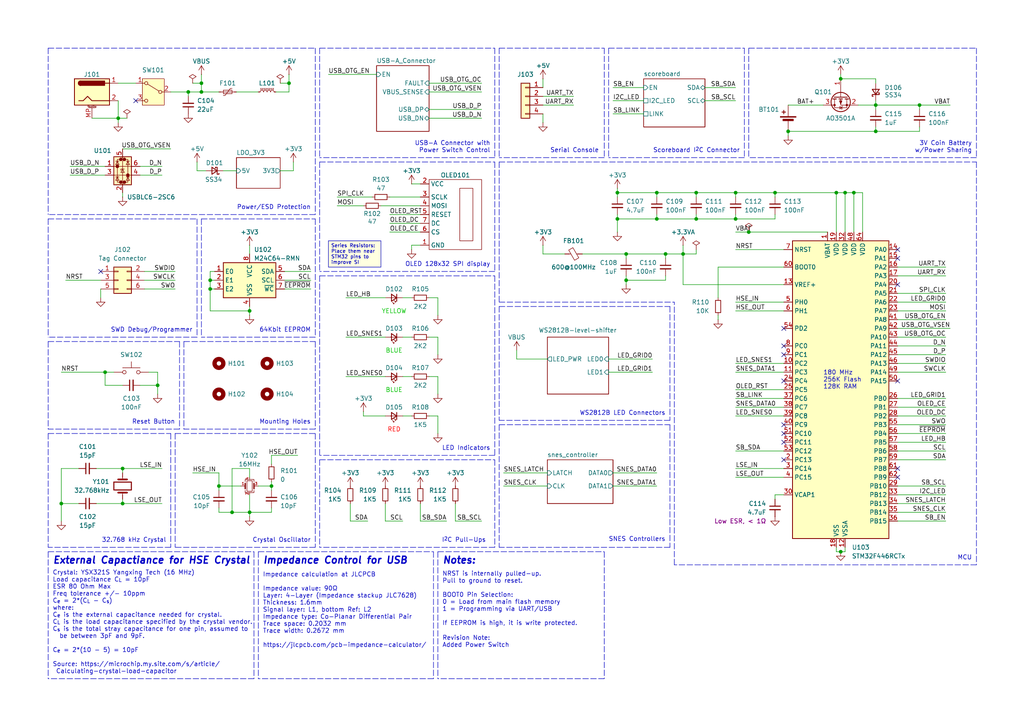
<source format=kicad_sch>
(kicad_sch (version 20231120) (generator "eeschema") (generator_version "8.0")
  (paper "A4")
  (title_block (title "STM32 Snake Game Control Board") (date "2024-01-29") (rev "D") (company "Butler Electronics") (comment 1 "Joshua Butler, MD, MHI"))
  (junction (at 247.65 55.88))
  (junction (at 60.96 81.28))
  (junction (at 242.57 55.88))
  (junction (at 17.78 146.05))
  (junction (at 243.84 160.02))
  (junction (at 67.31 148.59))
  (junction (at 198.12 73.66))
  (junction (at 217.17 67.31))
  (junction (at 181.61 81.28))
  (junction (at 35.56 146.05))
  (junction (at 78.74 140.97))
  (junction (at 201.93 63.5))
  (junction (at 58.42 24.13))
  (junction (at 193.04 73.66))
  (junction (at 266.7 30.48))
  (junction (at 30.48 107.95))
  (junction (at 190.5 55.88))
  (junction (at 179.07 63.5))
  (junction (at 179.07 55.88))
  (junction (at 72.39 148.59))
  (junction (at 201.93 55.88))
  (junction (at 254 30.48))
  (junction (at 228.6 38.1))
  (junction (at 213.36 55.88))
  (junction (at 54.61 26.67))
  (junction (at 60.96 83.82))
  (junction (at 45.72 111.76))
  (junction (at 254 38.1))
  (junction (at 190.5 63.5))
  (junction (at 83.82 24.13))
  (junction (at 58.42 26.67))
  (junction (at 181.61 73.66))
  (junction (at 63.5 140.97))
  (junction (at 35.56 135.89))
  (junction (at 34.29 34.29))
  (junction (at 224.79 55.88))
  (junction (at 245.11 55.88))
  (junction (at 213.36 63.5))
  (junction (at 72.39 90.17))
  (junction (at 243.84 22.86))
  (no_connect (at 260.35 72.39))
  (no_connect (at 260.35 74.93))
  (no_connect (at 227.33 128.27))
  (no_connect (at 227.33 133.35))
  (no_connect (at 39.37 29.21))
  (no_connect (at 29.21 78.74))
  (no_connect (at 227.33 95.25))
  (no_connect (at 227.33 102.87))
  (no_connect (at 227.33 123.19))
  (no_connect (at 260.35 82.55))
  (no_connect (at 260.35 135.89))
  (no_connect (at 227.33 100.33))
  (no_connect (at 260.35 138.43))
  (no_connect (at 260.35 110.49))
  (no_connect (at 227.33 125.73))
  (no_connect (at 227.33 110.49))
  (wire (pts (xy 274.32 123.19) (xy 260.35 123.19)))
  (polyline (pts (xy 13.97 125.73) (xy 13.97 158.75)) (stroke (width 0) (type dash)))
  (wire (pts (xy 250.19 55.88) (xy 247.65 55.88)))
  (wire (pts (xy 224.79 55.88) (xy 242.57 55.88)))
  (wire (pts (xy 260.35 107.95) (xy 274.32 107.95)))
  (wire (pts (xy 213.36 105.41) (xy 227.33 105.41)))
  (wire (pts (xy 177.8 140.97) (xy 190.5 140.97)))
  (wire (pts (xy 245.11 158.75) (xy 245.11 160.02)))
  (wire (pts (xy 113.03 62.23) (xy 121.92 62.23)))
  (polyline (pts (xy 143.51 46.99) (xy 143.51 78.74)) (stroke (width 0) (type dash)))
  (wire (pts (xy 274.32 125.73) (xy 260.35 125.73)))
  (wire (pts (xy 213.36 90.17) (xy 227.33 90.17)))
  (polyline (pts (xy 175.26 45.72) (xy 144.78 45.72)) (stroke (width 0) (type dash)))
  (wire (pts (xy 254 22.86) (xy 243.84 22.86)))
  (wire (pts (xy 74.93 140.97) (xy 78.74 140.97)))
  (polyline (pts (xy 217.17 13.97) (xy 217.17 45.72)) (stroke (width 0) (type dash)))
  (polyline (pts (xy 144.78 123.19) (xy 194.31 123.19)) (stroke (width 0) (type dash)))
  (wire (pts (xy 177.8 29.21) (xy 186.69 29.21)))
  (wire (pts (xy 181.61 73.66) (xy 168.91 73.66)))
  (polyline (pts (xy 215.9 13.97) (xy 215.9 45.72)) (stroke (width 0) (type dash)))
  (polyline (pts (xy 194.31 88.9) (xy 194.31 121.92)) (stroke (width 0) (type dash)))
  (polyline (pts (xy 73.66 160.02) (xy 73.66 196.85)) (stroke (width 0) (type dash)))
  (wire (pts (xy 228.6 30.48) (xy 238.76 30.48)))
  (wire (pts (xy 260.35 90.17) (xy 274.32 90.17)))
  (wire (pts (xy 124.46 34.29) (xy 139.7 34.29)))
  (wire (pts (xy 116.84 109.22) (xy 119.38 109.22)))
  (polyline (pts (xy 194.31 123.19) (xy 194.31 158.75)) (stroke (width 0) (type dash)))
  (wire (pts (xy 260.35 85.09) (xy 274.32 85.09)))
  (wire (pts (xy 201.93 55.88) (xy 213.36 55.88)))
  (wire (pts (xy 81.28 24.13) (xy 83.82 24.13)))
  (wire (pts (xy 111.76 146.05) (xy 111.76 151.13)))
  (wire (pts (xy 260.35 92.71) (xy 274.32 92.71)))
  (wire (pts (xy 260.35 105.41) (xy 274.32 105.41)))
  (wire (pts (xy 260.35 146.05) (xy 274.32 146.05)))
  (wire (pts (xy 113.03 67.31) (xy 121.92 67.31)))
  (polyline (pts (xy 144.78 13.97) (xy 175.26 13.97)) (stroke (width 0) (type dash)))
  (polyline (pts (xy 13.97 13.97) (xy 91.44 13.97)) (stroke (width 0) (type dash)))
  (wire (pts (xy 60.96 81.28) (xy 62.23 81.28)))
  (polyline (pts (xy 194.31 121.92) (xy 144.78 121.92)) (stroke (width 0) (type dash)))
  (wire (pts (xy 193.04 81.28) (xy 181.61 81.28)))
  (wire (pts (xy 177.8 137.16) (xy 190.5 137.16)))
  (wire (pts (xy 193.04 80.01) (xy 193.04 81.28)))
  (wire (pts (xy 157.48 73.66) (xy 163.83 73.66)))
  (wire (pts (xy 49.53 26.67) (xy 54.61 26.67)))
  (wire (pts (xy 254 24.13) (xy 254 22.86)))
  (wire (pts (xy 260.35 102.87) (xy 274.32 102.87)))
  (wire (pts (xy 217.17 67.31) (xy 240.03 67.31)))
  (wire (pts (xy 82.55 81.28) (xy 90.17 81.28)))
  (wire (pts (xy 176.53 104.14) (xy 189.23 104.14)))
  (wire (pts (xy 60.96 83.82) (xy 62.23 83.82)))
  (wire (pts (xy 121.92 146.05) (xy 121.92 151.13)))
  (polyline (pts (xy 53.34 99.06) (xy 91.44 99.06)) (stroke (width 0) (type dash)))
  (polyline (pts (xy 283.21 46.99) (xy 283.21 163.83)) (stroke (width 0) (type dash)))
  (wire (pts (xy 60.96 90.17) (xy 72.39 90.17)))
  (wire (pts (xy 113.03 57.15) (xy 121.92 57.15)))
  (polyline (pts (xy 92.71 80.01) (xy 143.51 80.01)) (stroke (width 0) (type dash)))
  (wire (pts (xy 227.33 113.03) (xy 213.36 113.03)))
  (polyline (pts (xy 144.78 46.99) (xy 283.21 46.99)) (stroke (width 0) (type dash)))
  (wire (pts (xy 127 109.22) (xy 124.46 109.22)))
  (polyline (pts (xy 91.44 62.23) (xy 13.97 62.23)) (stroke (width 0) (type dash)))
  (wire (pts (xy 46.99 50.8) (xy 40.64 50.8)))
  (wire (pts (xy 30.48 111.76) (xy 30.48 107.95)))
  (polyline (pts (xy 92.71 13.97) (xy 92.71 45.72)) (stroke (width 0) (type dash)))
  (polyline (pts (xy 52.07 99.06) (xy 52.07 124.46)) (stroke (width 0) (type dash)))
  (wire (pts (xy 127 91.44) (xy 127 86.36)))
  (wire (pts (xy 100.33 86.36) (xy 111.76 86.36)))
  (polyline (pts (xy 127 160.02) (xy 175.26 160.02)) (stroke (width 0) (type dash)))
  (wire (pts (xy 100.33 109.22) (xy 111.76 109.22)))
  (wire (pts (xy 36.83 34.29) (xy 34.29 34.29)))
  (wire (pts (xy 260.35 148.59) (xy 274.32 148.59)))
  (polyline (pts (xy 13.97 63.5) (xy 13.97 97.79)) (stroke (width 0) (type dash)))
  (wire (pts (xy 82.55 83.82) (xy 90.17 83.82)))
  (wire (pts (xy 29.21 83.82) (xy 29.21 86.36)))
  (wire (pts (xy 149.86 101.6) (xy 149.86 104.14)))
  (wire (pts (xy 26.67 34.29) (xy 34.29 34.29)))
  (wire (pts (xy 83.82 21.59) (xy 83.82 24.13)))
  (wire (pts (xy 116.84 120.65) (xy 119.38 120.65)))
  (wire (pts (xy 127 125.73) (xy 127 120.65)))
  (polyline (pts (xy 58.42 63.5) (xy 58.42 97.79)) (stroke (width 0) (type dash)))
  (wire (pts (xy 119.38 71.12) (xy 119.38 72.39)))
  (wire (pts (xy 146.05 137.16) (xy 158.75 137.16)))
  (wire (pts (xy 132.08 151.13) (xy 139.7 151.13)))
  (polyline (pts (xy 125.73 196.85) (xy 74.93 196.85)) (stroke (width 0) (type dash)))
  (polyline (pts (xy 91.44 13.97) (xy 91.44 62.23)) (stroke (width 0) (type dash)))
  (polyline (pts (xy 215.9 45.72) (xy 176.53 45.72)) (stroke (width 0) (type dash)))
  (wire (pts (xy 17.78 146.05) (xy 17.78 151.13)))
  (wire (pts (xy 213.36 115.57) (xy 227.33 115.57)))
  (wire (pts (xy 105.41 120.65) (xy 111.76 120.65)))
  (polyline (pts (xy 92.71 46.99) (xy 143.51 46.99)) (stroke (width 0) (type dash)))
  (wire (pts (xy 260.35 115.57) (xy 274.32 115.57)))
  (wire (pts (xy 35.56 111.76) (xy 30.48 111.76)))
  (wire (pts (xy 228.6 38.1) (xy 254 38.1)))
  (wire (pts (xy 157.48 33.02) (xy 157.48 35.56)))
  (wire (pts (xy 204.47 29.21) (xy 213.36 29.21)))
  (polyline (pts (xy 144.78 123.19) (xy 144.78 158.75)) (stroke (width 0) (type dash)))
  (wire (pts (xy 260.35 130.81) (xy 274.32 130.81)))
  (polyline (pts (xy 127 160.02) (xy 127 196.85)) (stroke (width 0) (type dash)))
  (wire (pts (xy 116.84 86.36) (xy 119.38 86.36)))
  (wire (pts (xy 179.07 63.5) (xy 190.5 63.5)))
  (polyline (pts (xy 144.78 13.97) (xy 144.78 45.72)) (stroke (width 0) (type dash)))
  (wire (pts (xy 127 102.87) (xy 127 97.79)))
  (wire (pts (xy 54.61 27.94) (xy 54.61 26.67)))
  (wire (pts (xy 181.61 80.01) (xy 181.61 81.28)))
  (wire (pts (xy 227.33 82.55) (xy 198.12 82.55)))
  (wire (pts (xy 105.41 120.65) (xy 105.41 119.38)))
  (polyline (pts (xy 57.15 97.79) (xy 13.97 97.79)) (stroke (width 0) (type dash)))
  (wire (pts (xy 72.39 71.12) (xy 72.39 73.66)))
  (polyline (pts (xy 57.15 63.5) (xy 57.15 97.79)) (stroke (width 0) (type dash)))
  (wire (pts (xy 78.74 148.59) (xy 78.74 147.32)))
  (polyline (pts (xy 143.51 133.35) (xy 143.51 158.75)) (stroke (width 0) (type dash)))
  (polyline (pts (xy 283.21 45.72) (xy 217.17 45.72)) (stroke (width 0) (type dash)))
  (wire (pts (xy 260.35 151.13) (xy 274.32 151.13)))
  (wire (pts (xy 63.5 140.97) (xy 69.85 140.97)))
  (wire (pts (xy 124.46 31.75) (xy 139.7 31.75)))
  (polyline (pts (xy 49.53 158.75) (xy 13.97 158.75)) (stroke (width 0) (type dash)))
  (wire (pts (xy 146.05 140.97) (xy 158.75 140.97)))
  (polyline (pts (xy 53.34 99.06) (xy 53.34 124.46)) (stroke (width 0) (type dash)))
  (polyline (pts (xy 74.93 160.02) (xy 125.73 160.02)) (stroke (width 0) (type dash)))
  (wire (pts (xy 266.7 30.48) (xy 266.7 31.75)))
  (polyline (pts (xy 49.53 125.73) (xy 49.53 158.75)) (stroke (width 0) (type dash)))
  (wire (pts (xy 40.64 48.26) (xy 46.99 48.26)))
  (polyline (pts (xy 143.51 45.72) (xy 92.71 45.72)) (stroke (width 0) (type dash)))
  (polyline (pts (xy 283.21 163.83) (xy 195.58 163.83)) (stroke (width 0) (type dash)))
  (polyline (pts (xy 50.8 125.73) (xy 50.8 158.75)) (stroke (width 0) (type dash)))
  (wire (pts (xy 35.56 144.78) (xy 35.56 146.05)))
  (wire (pts (xy 127 97.79) (xy 124.46 97.79)))
  (polyline (pts (xy 92.71 46.99) (xy 92.71 78.74)) (stroke (width 0) (type dash)))
  (wire (pts (xy 176.53 107.95) (xy 189.23 107.95)))
  (wire (pts (xy 213.36 87.63) (xy 227.33 87.63)))
  (wire (pts (xy 60.96 78.74) (xy 60.96 81.28)))
  (wire (pts (xy 72.39 90.17) (xy 72.39 88.9)))
  (polyline (pts (xy 58.42 63.5) (xy 91.44 63.5)) (stroke (width 0) (type dash)))
  (wire (pts (xy 157.48 27.94) (xy 166.37 27.94)))
  (wire (pts (xy 266.7 36.83) (xy 266.7 38.1)))
  (wire (pts (xy 19.05 81.28) (xy 29.21 81.28)))
  (wire (pts (xy 127 114.3) (xy 127 109.22)))
  (wire (pts (xy 250.19 67.31) (xy 250.19 55.88)))
  (wire (pts (xy 213.36 72.39) (xy 227.33 72.39)))
  (polyline (pts (xy 13.97 125.73) (xy 49.53 125.73)) (stroke (width 0) (type dash)))
  (wire (pts (xy 30.48 107.95) (xy 33.02 107.95)))
  (wire (pts (xy 201.93 63.5) (xy 201.93 62.23)))
  (wire (pts (xy 127 86.36) (xy 124.46 86.36)))
  (wire (pts (xy 55.88 24.13) (xy 58.42 24.13)))
  (wire (pts (xy 58.42 24.13) (xy 58.42 26.67)))
  (wire (pts (xy 116.84 97.79) (xy 119.38 97.79)))
  (wire (pts (xy 101.6 146.05) (xy 101.6 151.13)))
  (wire (pts (xy 260.35 120.65) (xy 274.32 120.65)))
  (wire (pts (xy 149.86 104.14) (xy 158.75 104.14)))
  (wire (pts (xy 213.36 55.88) (xy 213.36 57.15)))
  (wire (pts (xy 213.36 55.88) (xy 224.79 55.88)))
  (polyline (pts (xy 143.51 80.01) (xy 143.51 132.08)) (stroke (width 0) (type dash)))
  (wire (pts (xy 113.03 64.77) (xy 121.92 64.77)))
  (wire (pts (xy 127 120.65) (xy 124.46 120.65)))
  (wire (pts (xy 201.93 55.88) (xy 201.93 57.15)))
  (wire (pts (xy 213.36 63.5) (xy 213.36 62.23)))
  (wire (pts (xy 266.7 38.1) (xy 254 38.1)))
  (wire (pts (xy 208.28 92.71) (xy 208.28 91.44)))
  (wire (pts (xy 224.79 55.88) (xy 224.79 57.15)))
  (polyline (pts (xy 125.73 160.02) (xy 125.73 196.85)) (stroke (width 0) (type dash)))
  (wire (pts (xy 35.56 55.88) (xy 35.56 57.15)))
  (wire (pts (xy 274.32 128.27) (xy 260.35 128.27)))
  (wire (pts (xy 85.09 46.99) (xy 85.09 49.53)))
  (polyline (pts (xy 13.97 99.06) (xy 52.07 99.06)) (stroke (width 0) (type dash)))
  (wire (pts (xy 204.47 25.4) (xy 213.36 25.4)))
  (polyline (pts (xy 91.44 99.06) (xy 91.44 124.46)) (stroke (width 0) (type dash)))
  (wire (pts (xy 260.35 100.33) (xy 274.32 100.33)))
  (wire (pts (xy 228.6 38.1) (xy 228.6 39.37)))
  (wire (pts (xy 78.74 132.08) (xy 86.36 132.08)))
  (wire (pts (xy 260.35 95.25) (xy 275.59 95.25)))
  (wire (pts (xy 55.88 137.16) (xy 63.5 137.16)))
  (wire (pts (xy 224.79 143.51) (xy 224.79 144.78)))
  (polyline (pts (xy 144.78 88.9) (xy 144.78 121.92)) (stroke (width 0) (type dash)))
  (wire (pts (xy 177.8 25.4) (xy 186.69 25.4)))
  (wire (pts (xy 72.39 148.59) (xy 78.74 148.59)))
  (wire (pts (xy 245.11 160.02) (xy 243.84 160.02)))
  (wire (pts (xy 54.61 26.67) (xy 58.42 26.67)))
  (wire (pts (xy 111.76 151.13) (xy 116.84 151.13)))
  (polyline (pts (xy 144.78 88.9) (xy 194.31 88.9)) (stroke (width 0) (type dash)))
  (polyline (pts (xy 175.26 196.85) (xy 127 196.85)) (stroke (width 0) (type dash)))
  (wire (pts (xy 83.82 24.13) (xy 83.82 26.67)))
  (wire (pts (xy 67.31 135.89) (xy 67.31 148.59)))
  (wire (pts (xy 179.07 54.61) (xy 179.07 55.88)))
  (wire (pts (xy 190.5 55.88) (xy 190.5 57.15)))
  (wire (pts (xy 17.78 146.05) (xy 22.86 146.05)))
  (wire (pts (xy 157.48 30.48) (xy 166.37 30.48)))
  (wire (pts (xy 198.12 82.55) (xy 198.12 73.66)))
  (wire (pts (xy 248.92 30.48) (xy 254 30.48)))
  (polyline (pts (xy 91.44 124.46) (xy 53.34 124.46)) (stroke (width 0) (type dash)))
  (wire (pts (xy 40.64 111.76) (xy 45.72 111.76)))
  (wire (pts (xy 224.79 63.5) (xy 213.36 63.5)))
  (wire (pts (xy 198.12 71.12) (xy 198.12 73.66)))
  (wire (pts (xy 72.39 143.51) (xy 72.39 148.59)))
  (wire (pts (xy 58.42 26.67) (xy 63.5 26.67)))
  (wire (pts (xy 224.79 62.23) (xy 224.79 63.5)))
  (wire (pts (xy 254 38.1) (xy 254 36.83)))
  (wire (pts (xy 157.48 71.12) (xy 157.48 73.66)))
  (wire (pts (xy 245.11 55.88) (xy 245.11 67.31)))
  (polyline (pts (xy 195.58 163.83) (xy 195.58 87.63)) (stroke (width 0) (type dash)))
  (wire (pts (xy 208.28 77.47) (xy 208.28 86.36)))
  (polyline (pts (xy 143.51 78.74) (xy 92.71 78.74)) (stroke (width 0) (type dash)))
  (wire (pts (xy 20.32 50.8) (xy 30.48 50.8)))
  (wire (pts (xy 63.5 148.59) (xy 63.5 147.32)))
  (polyline (pts (xy 13.97 99.06) (xy 13.97 124.46)) (stroke (width 0) (type dash)))
  (wire (pts (xy 95.25 21.59) (xy 109.22 21.59)))
  (wire (pts (xy 20.32 48.26) (xy 30.48 48.26)))
  (wire (pts (xy 260.35 143.51) (xy 274.32 143.51)))
  (polyline (pts (xy 92.71 133.35) (xy 143.51 133.35)) (stroke (width 0) (type dash)))
  (wire (pts (xy 157.48 22.86) (xy 157.48 25.4)))
  (wire (pts (xy 74.93 26.67) (xy 68.58 26.67)))
  (wire (pts (xy 254 30.48) (xy 266.7 30.48)))
  (wire (pts (xy 41.91 83.82) (xy 50.8 83.82)))
  (wire (pts (xy 247.65 55.88) (xy 247.65 67.31)))
  (wire (pts (xy 45.72 107.95) (xy 45.72 111.76)))
  (wire (pts (xy 213.36 120.65) (xy 227.33 120.65)))
  (wire (pts (xy 34.29 24.13) (xy 39.37 24.13)))
  (wire (pts (xy 132.08 146.05) (xy 132.08 151.13)))
  (wire (pts (xy 100.33 97.79) (xy 111.76 97.79)))
  (polyline (pts (xy 91.44 125.73) (xy 91.44 158.75)) (stroke (width 0) (type dash)))
  (wire (pts (xy 243.84 21.59) (xy 243.84 22.86)))
  (wire (pts (xy 260.35 77.47) (xy 274.32 77.47)))
  (wire (pts (xy 213.36 118.11) (xy 227.33 118.11)))
  (polyline (pts (xy 13.97 13.97) (xy 13.97 62.23)) (stroke (width 0) (type dash)))
  (wire (pts (xy 34.29 35.56) (xy 34.29 34.29)))
  (wire (pts (xy 27.94 146.05) (xy 35.56 146.05)))
  (polyline (pts (xy 144.78 87.63) (xy 195.58 87.63)) (stroke (width 0) (type dash)))
  (wire (pts (xy 60.96 81.28) (xy 60.96 83.82)))
  (wire (pts (xy 17.78 135.89) (xy 17.78 146.05)))
  (wire (pts (xy 242.57 55.88) (xy 242.57 67.31)))
  (wire (pts (xy 190.5 63.5) (xy 201.93 63.5)))
  (wire (pts (xy 78.74 139.7) (xy 78.74 140.97)))
  (wire (pts (xy 67.31 148.59) (xy 72.39 148.59)))
  (polyline (pts (xy 176.53 13.97) (xy 176.53 45.72)) (stroke (width 0) (type dash)))
  (wire (pts (xy 260.35 97.79) (xy 274.32 97.79)))
  (polyline (pts (xy 175.26 13.97) (xy 175.26 45.72)) (stroke (width 0) (type dash)))
  (wire (pts (xy 242.57 160.02) (xy 243.84 160.02)))
  (wire (pts (xy 213.36 130.81) (xy 227.33 130.81)))
  (polyline (pts (xy 52.07 124.46) (xy 13.97 124.46)) (stroke (width 0) (type dash)))
  (polyline (pts (xy 283.21 13.97) (xy 283.21 45.72)) (stroke (width 0) (type dash)))
  (wire (pts (xy 119.38 53.34) (xy 121.92 53.34)))
  (wire (pts (xy 260.35 118.11) (xy 274.32 118.11)))
  (polyline (pts (xy 92.71 80.01) (xy 92.71 132.08)) (stroke (width 0) (type dash)))
  (wire (pts (xy 242.57 158.75) (xy 242.57 160.02)))
  (wire (pts (xy 85.09 49.53) (xy 81.28 49.53)))
  (wire (pts (xy 97.79 57.15) (xy 107.95 57.15)))
  (wire (pts (xy 60.96 78.74) (xy 62.23 78.74)))
  (polyline (pts (xy 194.31 158.75) (xy 144.78 158.75)) (stroke (width 0) (type dash)))
  (polyline (pts (xy 143.51 132.08) (xy 92.71 132.08)) (stroke (width 0) (type dash)))
  (wire (pts (xy 179.07 55.88) (xy 190.5 55.88)))
  (wire (pts (xy 201.93 73.66) (xy 198.12 73.66)))
  (wire (pts (xy 35.56 146.05) (xy 46.99 146.05)))
  (wire (pts (xy 17.78 107.95) (xy 30.48 107.95)))
  (wire (pts (xy 45.72 111.76) (xy 45.72 114.3)))
  (polyline (pts (xy 92.71 13.97) (xy 143.51 13.97)) (stroke (width 0) (type dash)))
  (wire (pts (xy 245.11 55.88) (xy 242.57 55.88)))
  (wire (pts (xy 190.5 62.23) (xy 190.5 63.5)))
  (wire (pts (xy 260.35 133.35) (xy 274.32 133.35)))
  (wire (pts (xy 57.15 49.53) (xy 59.69 49.53)))
  (polyline (pts (xy 143.51 13.97) (xy 143.51 45.72)) (stroke (width 0) (type dash)))
  (polyline (pts (xy 13.97 160.02) (xy 73.66 160.02)) (stroke (width 0) (type dash)))
  (wire (pts (xy 110.49 59.69) (xy 121.92 59.69)))
  (wire (pts (xy 78.74 132.08) (xy 78.74 134.62)))
  (wire (pts (xy 260.35 87.63) (xy 274.32 87.63)))
  (wire (pts (xy 193.04 74.93) (xy 193.04 73.66)))
  (polyline (pts (xy 92.71 133.35) (xy 92.71 158.75)) (stroke (width 0) (type dash)))
  (wire (pts (xy 121.92 151.13) (xy 129.54 151.13)))
  (wire (pts (xy 198.12 73.66) (xy 193.04 73.66)))
  (wire (pts (xy 179.07 57.15) (xy 179.07 55.88)))
  (wire (pts (xy 179.07 62.23) (xy 179.07 63.5)))
  (polyline (pts (xy 91.44 97.79) (xy 58.42 97.79)) (stroke (width 0) (type dash)))
  (wire (pts (xy 213.36 107.95) (xy 227.33 107.95)))
  (polyline (pts (xy 50.8 125.73) (xy 91.44 125.73)) (stroke (width 0) (type dash)))
  (wire (pts (xy 82.55 78.74) (xy 90.17 78.74)))
  (wire (pts (xy 190.5 55.88) (xy 201.93 55.88)))
  (wire (pts (xy 101.6 151.13) (xy 106.68 151.13)))
  (wire (pts (xy 63.5 142.24) (xy 63.5 140.97)))
  (wire (pts (xy 41.91 81.28) (xy 50.8 81.28)))
  (polyline (pts (xy 143.51 158.75) (xy 92.71 158.75)) (stroke (width 0) (type dash)))
  (wire (pts (xy 49.53 43.18) (xy 35.56 43.18)))
  (wire (pts (xy 274.32 140.97) (xy 260.35 140.97)))
  (wire (pts (xy 201.93 63.5) (xy 213.36 63.5)))
  (wire (pts (xy 35.56 135.89) (xy 46.99 135.89)))
  (wire (pts (xy 72.39 138.43) (xy 72.39 135.89)))
  (wire (pts (xy 227.33 143.51) (xy 224.79 143.51)))
  (wire (pts (xy 254 30.48) (xy 254 31.75)))
  (polyline (pts (xy 91.44 63.5) (xy 91.44 97.79)) (stroke (width 0) (type dash)))
  (wire (pts (xy 63.5 137.16) (xy 63.5 140.97)))
  (wire (pts (xy 254 29.21) (xy 254 30.48)))
  (wire (pts (xy 97.79 59.69) (xy 105.41 59.69)))
  (wire (pts (xy 34.29 29.21) (xy 34.29 34.29)))
  (wire (pts (xy 227.33 77.47) (xy 208.28 77.47)))
  (wire (pts (xy 72.39 135.89) (xy 67.31 135.89)))
  (wire (pts (xy 124.46 24.13) (xy 139.7 24.13)))
  (wire (pts (xy 266.7 30.48) (xy 275.59 30.48)))
  (wire (pts (xy 64.77 49.53) (xy 68.58 49.53)))
  (wire (pts (xy 72.39 149.86) (xy 72.39 148.59)))
  (polyline (pts (xy 13.97 160.02) (xy 13.97 196.85)) (stroke (width 0) (type dash)))
  (polyline (pts (xy 91.44 158.75) (xy 50.8 158.75)) (stroke (width 0) (type dash)))
  (wire (pts (xy 60.96 83.82) (xy 60.96 90.17)))
  (wire (pts (xy 57.15 46.99) (xy 57.15 49.53)))
  (wire (pts (xy 41.91 78.74) (xy 50.8 78.74)))
  (polyline (pts (xy 217.17 13.97) (xy 283.21 13.97)) (stroke (width 0) (type dash)))
  (wire (pts (xy 247.65 55.88) (xy 245.11 55.88)))
  (wire (pts (xy 213.36 135.89) (xy 227.33 135.89)))
  (polyline (pts (xy 74.93 160.02) (xy 74.93 196.85)) (stroke (width 0) (type dash)))
  (wire (pts (xy 181.61 81.28) (xy 181.61 82.55)))
  (wire (pts (xy 179.07 67.31) (xy 179.07 63.5)))
  (wire (pts (xy 181.61 74.93) (xy 181.61 73.66)))
  (wire (pts (xy 177.8 33.02) (xy 186.69 33.02)))
  (wire (pts (xy 72.39 90.17) (xy 72.39 91.44)))
  (wire (pts (xy 124.46 26.67) (xy 139.7 26.67)))
  (wire (pts (xy 27.94 135.89) (xy 35.56 135.89)))
  (wire (pts (xy 121.92 71.12) (xy 119.38 71.12)))
  (wire (pts (xy 213.36 67.31) (xy 217.17 67.31)))
  (wire (pts (xy 58.42 21.59) (xy 58.42 24.13)))
  (wire (pts (xy 43.18 107.95) (xy 45.72 107.95)))
  (polyline (pts (xy 176.53 13.97) (xy 215.9 13.97)) (stroke (width 0) (type dash)))
  (wire (pts (xy 35.56 135.89) (xy 35.56 137.16)))
  (wire (pts (xy 213.36 138.43) (xy 227.33 138.43)))
  (polyline (pts (xy 73.66 196.85) (xy 13.97 196.85)) (stroke (width 0) (type dash)))
  (polyline (pts (xy 144.78 46.99) (xy 144.78 87.63)) (stroke (width 0) (type dash)))
  (wire (pts (xy 22.86 135.89) (xy 17.78 135.89)))
  (wire (pts (xy 260.35 80.01) (xy 274.32 80.01)))
  (wire (pts (xy 78.74 142.24) (xy 78.74 140.97)))
  (wire (pts (xy 201.93 73.66) (xy 201.93 72.39)))
  (polyline (pts (xy 13.97 63.5) (xy 57.15 63.5)) (stroke (width 0) (type dash)))
  (wire (pts (xy 193.04 73.66) (xy 181.61 73.66)))
  (polyline (pts (xy 175.26 160.02) (xy 175.26 196.85)) (stroke (width 0) (type dash)))
  (wire (pts (xy 63.5 148.59) (xy 67.31 148.59)))
  (wire (pts (xy 80.01 26.67) (xy 83.82 26.67)))
  (text_box "Series Resistors: Place them near STM32 pins to improve SI" (at 95.25 69.85 0) (size 15.24 7.62) (fill (type color) (color 255 255 194 0.5)) (effects (font (size 1 1)) (justify left top)))
  (text "32.768 kHz Crystal" (at 48.26 157.48 0) (effects (font (size 1.27 1.27)) (justify right bottom)))
  (text "Reset Button" (at 50.8 123.19 0) (effects (font (size 1.27 1.27)) (justify right bottom)))
  (text "SWD Debug/Programmer" (at 55.88 96.52 0) (effects (font (size 1.27 1.27)) (justify right bottom)))
  (text "Power/ESD Protection\n" (at 90.17 60.96 0) (effects (font (size 1.27 1.27)) (justify right bottom)))
  (text "Mounting Holes" (at 90.17 123.19 0) (effects (font (size 1.27 1.27)) (justify right bottom)))
  (text "Impedance Control for USB" (at 76.2 163.83 0) (effects (font (size 2 2) (thickness 0.4) (bold yes) (italic yes)) (justify left bottom)))
  (text "Crystal: YSX321S Yangxing Tech (16 MHz)\nLoad capacitance C_{L} = 10pF\nESR 80 Ohm Max\nFreq tolerance +/- 10ppm\nC_{e} = 2*(C_{L} - C_{s})\nwhere:\nC_{e} is the external capacitance needed for crystal.\nC_{L} is the load capacitance specified by the crystal vendor.\nC_{s} is the total stray capacitance for one pin, assumed to\n  be between 3pF and 9pF.\n\nC_{e} = 2*(10 - 5) = 10pF\n\nSource: https://microchip.my.site.com/s/article/\n Calculating-crystal-load-capacitor" (at 15.24 195.58 0) (effects (font (size 1.27 1.27)) (justify left bottom)))
  (text "Revision Note:\nAdded Power Switch" (at 128.27 186.182 0) (effects (font (size 1.27 1.27)) (justify left)))
  (text "External Capactiance for HSE Crystal" (at 15.24 163.83 0) (effects (font (size 2 2) (thickness 0.4) (bold yes) (italic yes)) (justify left bottom)))
  (text "Scoreboard I^{2}C Connector" (at 214.63 44.45 0) (effects (font (size 1.27 1.27)) (justify right bottom)))
  (text "NRST is internally pulled-up.\nPull to ground to reset.\n\nBOOT0 Pin Selection:\n0 = Load from main flash memory\n1 = Programming via UART/USB\n\nIf EEPROM is high, it is write protected." (at 128.27 181.61 0) (effects (font (size 1.27 1.27)) (justify left bottom)))
  (text "180 MHz\n256K Flash\n128K RAM" (at 238.76 113.03 0) (effects (font (size 1.27 1.27)) (justify left bottom)))
  (text "Serial Console" (at 173.736 44.45 0) (effects (font (size 1.27 1.27)) (justify right bottom)))
  (text "3V Coin Battery\nw/Power Sharing" (at 281.94 44.45 0) (effects (font (size 1.27 1.27)) (justify right bottom)))
  (text "I^{2}C Pull-Ups" (at 140.97 157.48 0) (effects (font (size 1.27 1.27)) (justify right bottom)))
  (text "SNES Controllers" (at 193.04 157.226 0) (effects (font (size 1.27 1.27)) (justify right bottom)))
  (text "MCU" (at 281.94 162.56 0) (effects (font (size 1.27 1.27)) (justify right bottom)))
  (text "64Kbit EEPROM" (at 90.17 96.52 0) (effects (font (size 1.27 1.27)) (justify right bottom)))
  (text "Crystal Oscillator" (at 90.17 157.48 0) (effects (font (size 1.27 1.27)) (justify right bottom)))
  (text "WS2812B LED Connectors" (at 193.04 120.65 0) (effects (font (size 1.27 1.27)) (justify right bottom)))
  (text "USB-A Connector with\nPower Switch Control" (at 142.24 44.45 0) (effects (font (size 1.27 1.27)) (justify right bottom)))
  (text "LED Indicators" (at 142.24 130.81 0) (effects (font (size 1.27 1.27)) (justify right bottom)))
  (text "Impedance calculation at JLCPCB\n\nImpedance value: 90Ω\nLayer: 4-Layer (Impedance stackup JLC7628)\nThickness: 1.6mm\nSignal layer: L1, bottom Ref: L2\nImpedance type: Co-Planar Differential Pair\nTrace space: 0.2032 mm\nTrace width: 0.2672 mm\n\nhttps://jlcpcb.com/pcb-impedance-calculator/" (at 76.2 187.96 0) (effects (font (size 1.27 1.27)) (justify left bottom)))
  (text "Notes:" (at 128.27 163.83 0) (effects (font (size 2 2) (thickness 0.4) (bold yes) (italic yes)) (justify left bottom)))
  (text "OLED 128x32 SPI display" (at 142.24 77.47 0) (effects (font (size 1.27 1.27)) (justify right bottom)))
  (label "VBAT" (at 213.36 67.31 0))
  (label "D_P" (at 46.99 50.8 180))
  (label "I2C_LED" (at 177.8 29.21 0))
  (label "SNES_LATCH" (at 146.05 137.16 0))
  (label "SCL" (at 274.32 130.81 180))
  (label "SPI_CLK" (at 274.32 85.09 180))
  (label "USB_D_P" (at 139.7 31.75 180))
  (label "SNES_DATA0" (at 190.5 137.16 180))
  (label "LED_SNES0" (at 213.36 120.65 0))
  (label "D_N" (at 274.32 100.33 180))
  (label "OLED_CE" (at 113.03 67.31 0))
  (label "LED_HB" (at 100.33 86.36 0))
  (label "LSE_OUT" (at 213.36 138.43 0))
  (label "D_N" (at 46.99 48.26 180))
  (label "USB_D_P" (at 20.32 50.8 0))
  (label "~{EEPROM}" (at 274.32 125.73 180))
  (label "SB_LINK" (at 213.36 115.57 0))
  (label "LED_GRID0" (at 189.23 104.14 180))
  (label "MOSI" (at 274.32 90.17 180))
  (label "USB_OTG_EN" (at 274.32 92.71 180))
  (label "VBAT" (at 275.59 30.48 180))
  (label "OLED_RST" (at 213.36 113.03 0))
  (label "UART_TX" (at 166.37 27.94 180))
  (label "LED_SNES1" (at 213.36 105.41 0))
  (label "LED_SNES0" (at 100.33 109.22 0))
  (label "UART_RX" (at 274.32 80.01 180))
  (label "OLED_DC" (at 113.03 64.77 0))
  (label "D_P" (at 274.32 102.87 180))
  (label "USB_OTG_OC" (at 274.32 97.79 180))
  (label "SNES_DATA0" (at 213.36 118.11 0))
  (label "HSE_IN" (at 55.88 137.16 0))
  (label "OLED_RST" (at 113.03 62.23 0))
  (label "SNES_DATA1" (at 213.36 107.95 0))
  (label "SWDIO" (at 50.8 78.74 180))
  (label "LSE_IN" (at 213.36 135.89 0))
  (label "LSE_OUT" (at 46.99 146.05 180))
  (label "SWO" (at 274.32 123.19 180))
  (label "USB_OTG_VSEN" (at 139.7 26.67 180))
  (label "HSE_OUT" (at 86.36 132.08 180))
  (label "LED_GRID0" (at 274.32 87.63 180))
  (label "SB_LINK" (at 177.8 33.02 0))
  (label "SB_SCL" (at 213.36 29.21 180))
  (label "SWDIO" (at 274.32 105.41 180))
  (label "SB_SCL" (at 274.32 140.97 180))
  (label "LED_GRID1" (at 274.32 115.57 180))
  (label "SWO" (at 50.8 83.82 180))
  (label "LED_SNES1" (at 100.33 97.79 0))
  (label "OLED_CE" (at 274.32 118.11 180))
  (label "SWCLK" (at 274.32 107.95 180))
  (label "SB_SDA" (at 213.36 25.4 180))
  (label "SNES_DATA1" (at 190.5 140.97 180))
  (label "NRST" (at 19.05 81.28 0))
  (label "USB_OTG_EN" (at 95.25 21.59 0))
  (label "OLED_DC" (at 274.32 120.65 180))
  (label "HSE_IN" (at 213.36 87.63 0))
  (label "LSE_IN" (at 46.99 135.89 180))
  (label "SNES_CLK" (at 274.32 148.59 180))
  (label "I2C_LED" (at 274.32 143.51 180))
  (label "UART_TX" (at 274.32 77.47 180))
  (label "SB_EN" (at 274.32 151.13 180))
  (label "SPI_CLK" (at 97.79 57.15 0))
  (label "~{EEPROM}" (at 90.17 83.82 180))
  (label "LED_GRID1" (at 189.23 107.95 180))
  (label "USB_OTG_VSEN" (at 275.59 95.25 180))
  (label "SWCLK" (at 50.8 81.28 180))
  (label "SB_SDA" (at 129.54 151.13 180))
  (label "MOSI" (at 97.79 59.69 0))
  (label "SB_SCL" (at 139.7 151.13 180))
  (label "SCL" (at 90.17 81.28 180))
  (label "SB_EN" (at 177.8 25.4 0))
  (label "HSE_OUT" (at 213.36 90.17 0))
  (label "SDA" (at 106.68 151.13 180))
  (label "SCL" (at 116.84 151.13 180))
  (label "USB_D_N" (at 139.7 34.29 180))
  (label "SNES_CLK" (at 146.05 140.97 0))
  (label "NRST" (at 17.78 107.95 0))
  (label "SNES_LATCH" (at 274.32 146.05 180))
  (label "BAT+" (at 236.22 30.48 180))
  (label "USB_D_N" (at 20.32 48.26 0))
  (label "USB_OTG_VSEN" (at 49.53 43.18 180))
  (label "SDA" (at 90.17 78.74 180))
  (label "SDA" (at 274.32 133.35 180))
  (label "USB_OTG_OC" (at 139.7 24.13 180))
  (label "NRST" (at 213.36 72.39 0))
  (label "UART_RX" (at 166.37 30.48 180))
  (label "LED_HB" (at 274.32 128.27 180))
  (label "SB_SDA" (at 213.36 130.81 0))
  (symbol (lib_id "Device:R_Small") (at 110.49 57.15 90) (unit 1)
    (property "Reference" "R103" (at 110.49 52.07 90))
    (property "Value" "47" (at 110.49 54.61 90))
    (property "Footprint" "Resistor_SMD:R_0603_1608Metric" (effects (hide yes)))
    (property "Description" "Resistor, small symbol" (effects (hide yes)))
    (property "LCSC" "C23182" (effects (hide yes)))
  )
  (symbol (lib_id "power:GND") (at 127 125.73 0) (unit 1)
    (property "Reference" "#PWR0121" (effects (hide yes)))
    (property "Value" "GND" (effects (hide yes)))
    (property "Description" "Power symbol creates a global label with name \"GND\" , ground" (effects (hide yes)))
  )
  (symbol (lib_id "Device:Polyfuse_Small") (at 66.04 26.67 90) (unit 1)
    (property "Reference" "F101" (at 66.04 24.13 90))
    (property "Value" "Polyfuse_Small" (effects (hide yes)))
    (property "Footprint" "Fuse:Fuse_1206_3216Metric" (effects (hide yes)))
    (property "Description" "Resettable fuse, polymeric positive temperature coefficient, small symbol" (effects (hide yes)))
    (property "LCSC" "C2685749" (effects (hide yes)))
    (property "Note" "2A hold, 3.5A trip " (effects (hide yes)))
  )
  (symbol (lib_id "Device:LED_Small") (at 114.3 120.65 180) (unit 1)
    (property "Reference" "D105" (at 114.3 118.11 0))
    (property "Value" "RED" (at 114.3 124.46 0))
    (property "Footprint" "LED_SMD:LED_0603_1608Metric" (effects (hide yes)))
    (property "Description" "Light emitting diode, small symbol" (effects (hide yes)))
    (property "LCSC" "C2286" (effects (hide yes)))
  )
  (symbol (lib_id "power:GND") (at 119.38 72.39 0) (unit 1)
    (property "Reference" "#PWR0116" (effects (hide yes)))
    (property "Value" "GND" (effects (hide yes)))
    (property "Description" "Power symbol creates a global label with name \"GND\" , ground" (effects (hide yes)))
  )
  (symbol (lib_id "power:+3V3") (at 101.6 140.97 0) (unit 1)
    (property "Reference" "#PWR0114" (effects (hide yes)))
    (property "Value" "+3V3" (at 101.6 137.16 0))
    (property "Description" "Power symbol creates a global label with name \"+3V3\"" (effects (hide yes)))
  )
  (symbol (lib_id "Device:R_Small") (at 107.95 59.69 270) (unit 1)
    (property "Reference" "R102" (at 107.95 61.976 90))
    (property "Value" "47" (at 107.95 64.262 90))
    (property "Footprint" "Resistor_SMD:R_0603_1608Metric" (effects (hide yes)))
    (property "Description" "Resistor, small symbol" (effects (hide yes)))
    (property "LCSC" "C23182" (effects (hide yes)))
  )
  (symbol (lib_id "power:GND") (at 228.6 39.37 0) (unit 1)
    (property "Reference" "#PWR0134" (effects (hide yes)))
    (property "Value" "GND" (effects (hide yes)))
    (property "Description" "Power symbol creates a global label with name \"GND\" , ground" (effects (hide yes)))
  )
  (symbol (lib_id "Device:C_Small") (at 190.5 59.69 0) (unit 1)
    (property "Reference" "C109" (at 193.04 58.42 0) (effects (justify left)))
    (property "Value" "100nF" (at 193.04 60.96 0) (effects (justify left)))
    (property "Footprint" "Capacitor_SMD:C_0603_1608Metric" (effects (hide yes)))
    (property "Description" "Unpolarized capacitor, small symbol" (effects (hide yes)))
    (property "LCSC" "C14663" (effects (hide yes)))
  )
  (symbol (lib_id "Device:Q_PMOS_GSD") (at 243.84 27.94 90) (mirror x) (unit 1)
    (property "Reference" "Q101" (at 238.76 26.67 90))
    (property "Value" "AO3501A" (at 243.84 34.29 90))
    (property "Footprint" "Package_TO_SOT_SMD:SOT-23" (effects (hide yes)))
    (property "Description" "P-MOSFET transistor, gate/source/drain" (effects (hide yes)))
    (property "LCSC" "C15127" (effects (hide yes)))
  )
  (symbol (lib_id "Device:C_Small") (at 193.04 77.47 0) (mirror y) (unit 1)
    (property "Reference" "C110" (at 190.5 76.2 0) (effects (justify left)))
    (property "Value" "100nF" (at 190.5 78.74 0) (effects (justify left)))
    (property "Footprint" "Capacitor_SMD:C_0603_1608Metric" (effects (hide yes)))
    (property "Description" "Unpolarized capacitor, small symbol" (effects (hide yes)))
    (property "LCSC" "C14663" (effects (hide yes)))
  )
  (symbol (lib_id "power:+3V3") (at 85.09 46.99 0) (unit 1)
    (property "Reference" "#PWR0112" (effects (hide yes)))
    (property "Value" "+3V3" (at 85.09 43.18 0))
    (property "Description" "Power symbol creates a global label with name \"+3V3\"" (effects (hide yes)))
  )
  (symbol (lib_id "Device:C_Small") (at 224.79 59.69 0) (unit 1)
    (property "Reference" "C113" (at 227.33 58.42 0) (effects (justify left)))
    (property "Value" "100nF" (at 227.33 60.96 0) (effects (justify left)))
    (property "Footprint" "Capacitor_SMD:C_0603_1608Metric" (effects (hide yes)))
    (property "Description" "Unpolarized capacitor, small symbol" (effects (hide yes)))
    (property "LCSC" "C14663" (effects (hide yes)))
  )
  (symbol (lib_id "Mechanical:MountingHole") (at 63.5 105.41 0) (unit 1) (in_bom no)
    (property "Reference" "H101" (at 66.04 105.41 0) (effects (justify left)))
    (property "Value" "MountingHole" (effects (hide yes)))
    (property "Footprint" "MountingHole:MountingHole_3.2mm_M3" (effects (hide yes)))
    (property "Description" "Mounting Hole without connection" (effects (hide yes)))
  )
  (symbol (lib_id "power:PWR_FLAG") (at 36.83 34.29 0) (unit 1)
    (property "Reference" "#FLG0101" (effects (hide yes)))
    (property "Value" "PWR_FLAG" (effects (hide yes)))
    (property "Description" "Special symbol for telling ERC where power comes from" (effects (hide yes)))
  )
  (symbol (lib_id "Device:Crystal_GND24_Small") (at 72.39 140.97 0) (unit 1)
    (property "Reference" "Y102" (at 72.39 132.08 0))
    (property "Value" "16MHz" (at 72.39 134.62 0))
    (property "Footprint" "Crystal:Crystal_SMD_3225-4Pin_3.2x2.5mm" (effects (hide yes)))
    (property "Description" "Four pin crystal, GND on pins 2 and 4, small symbol" (effects (hide yes)))
    (property "LCSC" "C13738" (effects (hide yes)))
  )
  (symbol (lib_id "MCU_ST_STM32F4:STM32F401RCTx") (at 242.57 113.03 0) (unit 1)
    (property "Reference" "U103" (at 247.0659 158.75 0) (effects (justify left)))
    (property "Value" "STM32F446RCTx" (at 247.0659 161.29 0) (effects (justify left)))
    (property "Footprint" "Package_QFP:LQFP-64_10x10mm_P0.5mm" (effects (hide yes)))
    (property "Datasheet" "https://www.st.com/resource/en/datasheet/stm32f401rc.pdf" (effects (hide yes)))
    (property "Description" "STMicroelectronics Arm Cortex-M4 MCU, 256KB flash, 64KB RAM, 84 MHz, 1.7-3.6V, 50 GPIO, LQFP64" (effects (hide yes)))
    (property "LCSC" "C915971" (effects (hide yes)))
  )
  (symbol (lib_id "Memory_EEPROM:M24C02-RMN") (at 72.39 81.28 0) (unit 1)
    (property "Reference" "U102" (at 73.66 72.39 0) (effects (justify left)))
    (property "Value" "M24C64-RMN" (at 73.66 74.93 0) (effects (justify left)))
    (property "Footprint" "Package_SO:SOIC-8_3.9x4.9mm_P1.27mm" (effects (hide yes)))
    (property "Datasheet" "http://www.st.com/content/ccc/resource/technical/document/datasheet/b0/d8/50/40/5a/85/49/6f/DM00071904.pdf/files/DM00071904.pdf/jcr:content/translations/en.DM00071904.pdf" (effects (hide yes)))
    (property "Description" "2Kb (256x8) I2C Serial EEPROM, 1.8-5.5V, SOIC-8" (effects (hide yes)))
    (property "LCSC" "C79988" (effects (hide yes)))
  )
  (symbol (lib_id "Device:C_Small") (at 63.5 144.78 0) (unit 1)
    (property "Reference" "C105" (at 60.96 144.1513 0) (effects (justify right)))
    (property "Value" "10pF" (at 60.96 146.6913 0) (effects (justify right)))
    (property "Footprint" "Capacitor_SMD:C_0603_1608Metric" (effects (hide yes)))
    (property "Description" "Unpolarized capacitor, small symbol" (effects (hide yes)))
    (property "LCSC" "C1634" (effects (hide yes)))
  )
  (symbol (lib_id "power:VBUS") (at 149.86 101.6 0) (unit 1)
    (property "Reference" "#PWR0122" (effects (hide yes)))
    (property "Value" "VBUS" (at 149.86 97.79 0))
    (property "Description" "Power symbol creates a global label with name \"VBUS\"" (effects (hide yes)))
  )
  (symbol (lib_id "power:GND") (at 35.56 57.15 0) (unit 1)
    (property "Reference" "#PWR0108" (effects (hide yes)))
    (property "Value" "GND" (effects (hide yes)))
    (property "Description" "Power symbol creates a global label with name \"GND\" , ground" (effects (hide yes)))
  )
  (symbol (lib_id "Device:R_Small") (at 121.92 120.65 90) (unit 1)
    (property "Reference" "R108" (at 121.92 118.11 90))
    (property "Value" "1K5" (at 121.92 123.19 90))
    (property "Footprint" "Resistor_SMD:R_0603_1608Metric" (effects (hide yes)))
    (property "Description" "Resistor, small symbol" (effects (hide yes)))
    (property "LCSC" "C22843" (effects (hide yes)))
  )
  (symbol (lib_id "power:+5V") (at 57.15 46.99 0) (unit 1)
    (property "Reference" "#PWR0137" (effects (hide yes)))
    (property "Value" "+5V" (at 57.15 43.18 0))
    (property "Description" "Power symbol creates a global label with name \"+5V\"" (effects (hide yes)))
  )
  (symbol (lib_id "Mechanical:MountingHole") (at 77.47 114.3 0) (unit 1) (in_bom no)
    (property "Reference" "H104" (at 80.01 114.3 0) (effects (justify left)))
    (property "Value" "MountingHole" (effects (hide yes)))
    (property "Footprint" "MountingHole:MountingHole_3.2mm_M3" (effects (hide yes)))
    (property "Description" "Mounting Hole without connection" (effects (hide yes)))
  )
  (symbol (lib_id "Device:C_Small") (at 25.4 146.05 90) (unit 1)
    (property "Reference" "C102" (at 25.4 149.86 90))
    (property "Value" "15pF" (at 25.4 152.4 90))
    (property "Footprint" "Capacitor_SMD:C_0603_1608Metric" (effects (hide yes)))
    (property "Description" "Unpolarized capacitor, small symbol" (effects (hide yes)))
    (property "LCSC" "C1644" (effects (hide yes)))
  )
  (symbol (lib_id "power:+3V3") (at 119.38 53.34 0) (unit 1)
    (property "Reference" "#PWR0115" (effects (hide yes)))
    (property "Value" "+3V3" (at 119.38 49.53 0))
    (property "Description" "Power symbol creates a global label with name \"+3V3\"" (effects (hide yes)))
  )
  (symbol (lib_id "Connector_Generic:Conn_01x04") (at 152.4 27.94 0) (mirror y) (unit 1) (in_bom no)
    (property "Reference" "J103" (at 152.4 21.59 0))
    (property "Value" "JST 2.54 Header" (effects (hide yes)))
    (property "Footprint" "Connector_JST:JST_PH_B4B-PH-K_1x04_P2.00mm_Vertical" (effects (hide yes)))
    (property "Description" "Generic connector, single row, 01x04, script generated (kicad-library-utils/schlib/autogen/connector/)" (effects (hide yes)))
  )
  (symbol (lib_id "power:GND") (at 224.79 149.86 0) (unit 1)
    (property "Reference" "#PWR0133" (effects (hide yes)))
    (property "Value" "GND" (effects (hide yes)))
    (property "Description" "Power symbol creates a global label with name \"GND\" , ground" (effects (hide yes)))
  )
  (symbol (lib_id "Device:Crystal") (at 35.56 140.97 270) (mirror x) (unit 1)
    (property "Reference" "Y101" (at 31.75 139.7 90) (effects (justify right)))
    (property "Value" "32.768kHz" (at 31.75 142.24 90) (effects (justify right)))
    (property "Footprint" "Crystal:Crystal_SMD_3215-2Pin_3.2x1.5mm" (effects (hide yes)))
    (property "Description" "Two pin crystal" (effects (hide yes)))
    (property "LCSC" "C32346" (effects (hide yes)))
  )
  (symbol (lib_id "power:PWR_FLAG") (at 217.17 67.31 0) (unit 1)
    (property "Reference" "#FLG0105" (effects (hide yes)))
    (property "Value" "PWR_FLAG" (effects (hide yes)))
    (property "Description" "Special symbol for telling ERC where power comes from" (effects (hide yes)))
  )
  (symbol (lib_id "power:PWR_FLAG") (at 81.28 24.13 0) (unit 1)
    (property "Reference" "#FLG0103" (effects (hide yes)))
    (property "Value" "PWR_FLAG" (effects (hide yes)))
    (property "Description" "Special symbol for telling ERC where power comes from" (effects (hide yes)))
  )
  (symbol (lib_id "Device:LED_Small") (at 114.3 109.22 180) (unit 1)
    (property "Reference" "D104" (at 114.3 106.68 0))
    (property "Value" "BLUE" (at 114.3 113.03 0))
    (property "Footprint" "LED_SMD:LED_0603_1608Metric" (effects (hide yes)))
    (property "Description" "Light emitting diode, small symbol" (effects (hide yes)))
    (property "LCSC" "C965807" (effects (hide yes)))
  )
  (symbol (lib_id "power:+3V3") (at 72.39 71.12 0) (unit 1)
    (property "Reference" "#PWR0109" (effects (hide yes)))
    (property "Value" "+3V3" (at 72.39 67.31 0))
    (property "Description" "Power symbol creates a global label with name \"+3V3\"" (effects (hide yes)))
  )
  (symbol (lib_id "power:GND") (at 45.72 114.3 0) (unit 1)
    (property "Reference" "#PWR0105" (effects (hide yes)))
    (property "Value" "GND" (effects (hide yes)))
    (property "Description" "Power symbol creates a global label with name \"GND\" , ground" (effects (hide yes)))
  )
  (symbol (lib_id "Device:D_Schottky_Small") (at 62.23 49.53 180) (unit 1)
    (property "Reference" "D101" (at 62.23 47.244 0))
    (property "Value" "SS34" (at 61.976 52.07 0))
    (property "Footprint" "Diode_SMD:D_SMA" (effects (hide yes)))
    (property "Description" "Schottky diode, small symbol" (effects (hide yes)))
    (property "LCSC" "C8678" (effects (hide yes)))
  )
  (symbol (lib_id "Connector:Barrel_Jack_MountingPin") (at 26.67 26.67 0) (unit 1) (in_bom no)
    (property "Reference" "J101" (at 26.67 21.59 0))
    (property "Value" "Barrel_Jack_MountingPin" (effects (hide yes)))
    (property "Footprint" "User_Footprint:DC_Power_Jack_PJ-063BH" (effects (hide yes)))
    (property "Description" "DC Barrel Jack with a mounting pin" (effects (hide yes)))
    (property "Mouser" "490-PJ-063BH" (effects (hide yes)))
    (property "Note" "5V/5A" (at 26.67 26.67 0))
  )
  (symbol (lib_id "power:GND") (at 127 102.87 0) (unit 1)
    (property "Reference" "#PWR0119" (effects (hide yes)))
    (property "Value" "GND" (effects (hide yes)))
    (property "Description" "Power symbol creates a global label with name \"GND\" , ground" (effects (hide yes)))
  )
  (symbol (lib_id "Device:FerriteBead_Small") (at 166.37 73.66 270) (mirror x) (unit 1)
    (property "Reference" "FB101" (at 166.37 69.85 90))
    (property "Value" "600@100MHz" (at 166.37 77.47 90))
    (property "Footprint" "Inductor_SMD:L_0805_2012Metric_Pad1.15x1.40mm_HandSolder" (effects (hide yes)))
    (property "Description" "Ferrite bead, small symbol" (effects (hide yes)))
    (property "LCSC" "C1017" (effects (hide yes)))
  )
  (symbol (lib_id "User Symbols:OLED_SPI") (at 132.08 62.23 0) (unit 1) (in_bom no)
    (property "Reference" "OLED101" (at 132.08 50.8 0))
    (property "Value" "OLED_SPI" (effects (hide yes)))
    (property "Footprint" "Connector_JST:JST_PH_B7B-PH-K_1x07_P2.00mm_Vertical" (effects (hide yes)))
  )
  (symbol (lib_id "Device:D_Schottky_Small") (at 254 26.67 90) (unit 1)
    (property "Reference" "D106" (at 256.54 25.4 90) (effects (justify right)))
    (property "Value" "SS34" (at 256.54 27.559 90) (effects (justify right)))
    (property "Footprint" "Diode_SMD:D_SMA" (effects (hide yes)))
    (property "Description" "Schottky diode, small symbol" (effects (hide yes)))
    (property "LCSC" "C8678" (effects (hide yes)))
  )
  (symbol (lib_id "Connector_Generic:Conn_02x03_Odd_Even") (at 34.29 81.28 0) (unit 1) (in_bom no)
    (property "Reference" "J102" (at 35.56 72.39 0))
    (property "Value" "Tag Connector" (at 35.56 74.93 0))
    (property "Footprint" "Connector_Tag:TC2030-IDC-NL" (effects (hide yes)))
    (property "Description" "Generic connector, double row, 02x03, odd/even pin numbering scheme (row 1 odd numbers, row 2 even numbers), script generated (kicad-library-utils/schlib/autogen/connector/)" (effects (hide yes)))
  )
  (symbol (lib_id "power:GND") (at 17.78 151.13 0) (unit 1)
    (property "Reference" "#PWR0101" (effects (hide yes)))
    (property "Value" "GND" (effects (hide yes)))
    (property "Description" "Power symbol creates a global label with name \"GND\" , ground" (effects (hide yes)))
  )
  (symbol (lib_id "Device:R_Small") (at 121.92 97.79 90) (unit 1)
    (property "Reference" "R106" (at 121.92 95.25 90))
    (property "Value" "2K2" (at 121.92 100.33 90))
    (property "Footprint" "Resistor_SMD:R_0603_1608Metric" (effects (hide yes)))
    (property "Description" "Resistor, small symbol" (effects (hide yes)))
    (property "LCSC" "C4190" (effects (hide yes)))
  )
  (symbol (lib_id "Device:R_Small") (at 132.08 143.51 0) (mirror x) (unit 1)
    (property "Reference" "R112" (at 129.54 142.24 0) (effects (justify right)))
    (property "Value" "1K5" (at 129.54 144.78 0) (effects (justify right)))
    (property "Footprint" "Resistor_SMD:R_0603_1608Metric" (effects (hide yes)))
    (property "Description" "Resistor, small symbol" (effects (hide yes)))
    (property "LCSC" "C22843" (effects (hide yes)))
  )
  (symbol (lib_id "Device:R_Small") (at 208.28 88.9 0) (mirror x) (unit 1)
    (property "Reference" "R110" (at 205.74 87.63 0) (effects (justify right)))
    (property "Value" "10K" (at 205.74 90.17 0) (effects (justify right)))
    (property "Footprint" "Resistor_SMD:R_0603_1608Metric" (effects (hide yes)))
    (property "Description" "Resistor, small symbol" (effects (hide yes)))
    (property "LCSC" "C25804" (effects (hide yes)))
  )
  (symbol (lib_id "Device:C_Small") (at 38.1 111.76 90) (unit 1)
    (property "Reference" "C103" (at 38.1 115.57 90))
    (property "Value" "100nF" (at 38.1 118.11 90))
    (property "Footprint" "Capacitor_SMD:C_0603_1608Metric" (effects (hide yes)))
    (property "Description" "Unpolarized capacitor, small symbol" (effects (hide yes)))
    (property "LCSC" "C14663" (effects (hide yes)))
  )
  (symbol (lib_id "power:GND") (at 181.61 82.55 0) (mirror y) (unit 1)
    (property "Reference" "#PWR0128" (effects (hide yes)))
    (property "Value" "GND" (effects (hide yes)))
    (property "Description" "Power symbol creates a global label with name \"GND\" , ground" (effects (hide yes)))
  )
  (symbol (lib_id "Device:LED_Small") (at 114.3 97.79 180) (unit 1)
    (property "Reference" "D103" (at 114.3 95.25 0))
    (property "Value" "BLUE" (at 114.3 101.6 0))
    (property "Footprint" "LED_SMD:LED_0603_1608Metric" (effects (hide yes)))
    (property "Description" "Light emitting diode, small symbol" (effects (hide yes)))
    (property "LCSC" "C965807" (effects (hide yes)))
  )
  (symbol (lib_id "Device:R_Small") (at 101.6 143.51 0) (mirror x) (unit 1)
    (property "Reference" "R104" (at 99.06 142.24 0) (effects (justify right)))
    (property "Value" "1K5" (at 99.06 144.78 0) (effects (justify right)))
    (property "Footprint" "Resistor_SMD:R_0603_1608Metric" (effects (hide yes)))
    (property "Description" "Resistor, small symbol" (effects (hide yes)))
    (property "LCSC" "C22843" (effects (hide yes)))
  )
  (symbol (lib_id "power:+5V") (at 157.48 22.86 0) (unit 1)
    (property "Reference" "#PWR0124" (effects (hide yes)))
    (property "Value" "+5V" (at 157.48 19.05 0))
    (property "Description" "Power symbol creates a global label with name \"+5V\"" (effects (hide yes)))
  )
  (symbol (lib_id "Device:LED_Small") (at 114.3 86.36 180) (unit 1)
    (property "Reference" "D102" (at 114.3 83.82 0))
    (property "Value" "YELLOW" (at 114.3 90.17 0))
    (property "Footprint" "LED_SMD:LED_0603_1608Metric" (effects (hide yes)))
    (property "Description" "Light emitting diode, small symbol" (effects (hide yes)))
    (property "LCSC" "C72038" (effects (hide yes)))
  )
  (symbol (lib_id "power:GND") (at 34.29 35.56 0) (unit 1)
    (property "Reference" "#PWR0103" (effects (hide yes)))
    (property "Value" "GND" (effects (hide yes)))
    (property "Description" "Power symbol creates a global label with name \"GND\" , ground" (effects (hide yes)))
  )
  (symbol (lib_id "Device:C_Small") (at 213.36 59.69 0) (unit 1)
    (property "Reference" "C112" (at 215.9 58.42 0) (effects (justify left)))
    (property "Value" "100nF" (at 215.9 60.96 0) (effects (justify left)))
    (property "Footprint" "Capacitor_SMD:C_0603_1608Metric" (effects (hide yes)))
    (property "Description" "Unpolarized capacitor, small symbol" (effects (hide yes)))
    (property "LCSC" "C14663" (effects (hide yes)))
  )
  (symbol (lib_id "Device:L_Ferrite_Small") (at 77.47 26.67 90) (unit 1)
    (property "Reference" "L101" (at 77.47 24.13 90))
    (property "Value" "L_Ferrite_Small" (effects (hide yes)))
    (property "Footprint" "Inductor_SMD:L_0603_1608Metric" (effects (hide yes)))
    (property "Description" "Inductor with ferrite core, small symbol" (effects (hide yes)))
    (property "LCSC" "C62708" (effects (hide yes)))
  )
  (symbol (lib_id "power:VBUS") (at 58.42 21.59 0) (unit 1)
    (property "Reference" "#PWR0106" (effects (hide yes)))
    (property "Value" "VBUS" (at 58.42 17.78 0))
    (property "Description" "Power symbol creates a global label with name \"VBUS\"" (effects (hide yes)))
  )
  (symbol (lib_id "Device:C_Small") (at 254 34.29 0) (unit 1)
    (property "Reference" "C115" (at 256.54 33.02 0) (effects (justify left)))
    (property "Value" "1uF" (at 256.54 35.56 0) (effects (justify left)))
    (property "Footprint" "Capacitor_SMD:C_0603_1608Metric" (effects (hide yes)))
    (property "Description" "Unpolarized capacitor, small symbol" (effects (hide yes)))
    (property "LCSC" "C15849" (effects (hide yes)))
  )
  (symbol (lib_id "Device:R_Small") (at 111.76 143.51 0) (mirror x) (unit 1)
    (property "Reference" "R109" (at 109.22 142.24 0) (effects (justify right)))
    (property "Value" "1K5" (at 109.22 144.78 0) (effects (justify right)))
    (property "Footprint" "Resistor_SMD:R_0603_1608Metric" (effects (hide yes)))
    (property "Description" "Resistor, small symbol" (effects (hide yes)))
    (property "LCSC" "C22843" (effects (hide yes)))
  )
  (symbol (lib_id "power:GND") (at 208.28 92.71 0) (unit 1)
    (property "Reference" "#PWR0132" (effects (hide yes)))
    (property "Value" "GND" (effects (hide yes)))
    (property "Description" "Power symbol creates a global label with name \"GND\" , ground" (effects (hide yes)))
  )
  (symbol (lib_id "Device:C_Small") (at 179.07 59.69 0) (unit 1)
    (property "Reference" "C107" (at 181.61 58.42 0) (effects (justify left)))
    (property "Value" "4.7uF" (at 181.61 60.9662 0) (effects (justify left)))
    (property "Footprint" "Capacitor_SMD:C_0603_1608Metric" (effects (hide yes)))
    (property "Description" "Unpolarized capacitor, small symbol" (effects (hide yes)))
    (property "LCSC" "C19666" (effects (hide yes)))
  )
  (symbol (lib_id "power:+3V3") (at 121.92 140.97 0) (unit 1)
    (property "Reference" "#PWR0129" (effects (hide yes)))
    (property "Value" "+3V3" (at 121.92 137.16 0))
    (property "Description" "Power symbol creates a global label with name \"+3V3\"" (effects (hide yes)))
  )
  (symbol (lib_id "power:+3V3") (at 243.84 21.59 0) (unit 1)
    (property "Reference" "#PWR0135" (effects (hide yes)))
    (property "Value" "+3V3" (at 243.84 17.78 0))
    (property "Description" "Power symbol creates a global label with name \"+3V3\"" (effects (hide yes)))
  )
  (symbol (lib_id "power:+5V") (at 83.82 21.59 0) (unit 1)
    (property "Reference" "#PWR0107" (effects (hide yes)))
    (property "Value" "+5V" (at 83.82 17.78 0))
    (property "Description" "Power symbol creates a global label with name \"+5V\"" (effects (hide yes)))
  )
  (symbol (lib_id "power:GND") (at 72.39 91.44 0) (unit 1)
    (property "Reference" "#PWR0110" (effects (hide yes)))
    (property "Value" "GND" (effects (hide yes)))
    (property "Description" "Power symbol creates a global label with name \"GND\" , ground" (effects (hide yes)))
  )
  (symbol (lib_id "Power_Protection:USBLC6-2SC6") (at 35.56 48.26 0) (unit 1)
    (property "Reference" "U101" (at 27.178 43.688 0) (effects (justify left)))
    (property "Value" "USBLC6-2SC6" (at 36.83 57.15 0) (effects (justify left)))
    (property "Footprint" "Package_TO_SOT_SMD:SOT-23-6" (effects (hide yes)))
    (property "Datasheet" "https://www.st.com/resource/en/datasheet/usblc6-2.pdf" (effects (hide yes)))
    (property "Description" "Very low capacitance ESD protection diode, 2 data-line, SOT-23-6" (effects (hide yes)))
    (property "LCSC" "C5261088" (effects (hide yes)))
  )
  (symbol (lib_id "power:GND") (at 179.07 67.31 0) (unit 1)
    (property "Reference" "#PWR0127" (effects (hide yes)))
    (property "Value" "GND" (effects (hide yes)))
    (property "Description" "Power symbol creates a global label with name \"GND\" , ground" (effects (hide yes)))
  )
  (symbol (lib_id "power:GND") (at 127 114.3 0) (unit 1)
    (property "Reference" "#PWR0120" (effects (hide yes)))
    (property "Value" "GND" (effects (hide yes)))
    (property "Description" "Power symbol creates a global label with name \"GND\" , ground" (effects (hide yes)))
  )
  (symbol (lib_id "power:GND") (at 243.84 160.02 0) (unit 1)
    (property "Reference" "#PWR0136" (effects (hide yes)))
    (property "Value" "GND" (effects (hide yes)))
    (property "Description" "Power symbol creates a global label with name \"GND\" , ground" (effects (hide yes)))
  )
  (symbol (lib_id "Device:R_Small") (at 121.92 109.22 90) (unit 1)
    (property "Reference" "R107" (at 121.92 106.68 90))
    (property "Value" "2K2" (at 121.92 111.76 90))
    (property "Footprint" "Resistor_SMD:R_0603_1608Metric" (effects (hide yes)))
    (property "Description" "Resistor, small symbol" (effects (hide yes)))
    (property "LCSC" "C4190" (effects (hide yes)))
  )
  (symbol (lib_id "power:+3V3") (at 157.48 71.12 0) (mirror y) (unit 1)
    (property "Reference" "#PWR0123" (effects (hide yes)))
    (property "Value" "+3V3" (at 157.48 67.31 0))
    (property "Description" "Power symbol creates a global label with name \"+3V3\"" (effects (hide yes)))
  )
  (symbol (lib_id "Device:C_Small") (at 78.74 144.78 0) (unit 1)
    (property "Reference" "C106" (at 81.28 144.1513 0) (effects (justify left)))
    (property "Value" "10pF" (at 81.28 146.6913 0) (effects (justify left)))
    (property "Footprint" "Capacitor_SMD:C_0603_1608Metric" (effects (hide yes)))
    (property "Description" "Unpolarized capacitor, small symbol" (effects (hide yes)))
    (property "LCSC" "C1634" (effects (hide yes)))
  )
  (symbol (lib_id "power:+3V3") (at 132.08 140.97 0) (unit 1)
    (property "Reference" "#PWR0130" (effects (hide yes)))
    (property "Value" "+3V3" (at 132.08 137.16 0))
    (property "Description" "Power symbol creates a global label with name \"+3V3\"" (effects (hide yes)))
  )
  (symbol (lib_id "power:GND") (at 72.39 149.86 0) (unit 1)
    (property "Reference" "#PWR0111" (effects (hide yes)))
    (property "Value" "GND" (effects (hide yes)))
    (property "Description" "Power symbol creates a global label with name \"GND\" , ground" (effects (hide yes)))
  )
  (symbol (lib_id "power:GND") (at 127 91.44 0) (unit 1)
    (property "Reference" "#PWR0118" (effects (hide yes)))
    (property "Value" "GND" (effects (hide yes)))
    (property "Description" "Power symbol creates a global label with name \"GND\" , ground" (effects (hide yes)))
  )
  (symbol (lib_id "Device:C_Small") (at 224.79 147.32 0) (mirror y) (unit 1)
    (property "Reference" "C114" (at 222.25 146.05 0) (effects (justify left)))
    (property "Value" "4.7uF" (at 222.25 148.5962 0) (effects (justify left)))
    (property "Footprint" "Capacitor_SMD:C_0603_1608Metric" (effects (hide yes)))
    (property "Description" "Unpolarized capacitor, small symbol" (effects (hide yes)))
    (property "LCSC" "C19666" (effects (hide yes)))
    (property "Note" "Low ESR, < 1Ω" (at 222.25 151.13 0) (effects (justify left)))
  )
  (symbol (lib_id "power:+3.3VA") (at 198.12 71.12 0) (mirror y) (unit 1)
    (property "Reference" "#PWR0131" (effects (hide yes)))
    (property "Value" "+3.3VA" (at 198.12 67.31 0))
    (property "Description" "Power symbol creates a global label with name \"+3.3VA\"" (effects (hide yes)))
  )
  (symbol (lib_id "Device:C_Small") (at 201.93 59.69 0) (unit 1)
    (property "Reference" "C111" (at 204.47 58.42 0) (effects (justify left)))
    (property "Value" "100nF" (at 204.47 60.96 0) (effects (justify left)))
    (property "Footprint" "Capacitor_SMD:C_0603_1608Metric" (effects (hide yes)))
    (property "Description" "Unpolarized capacitor, small symbol" (effects (hide yes)))
    (property "LCSC" "C14663" (effects (hide yes)))
  )
  (symbol (lib_id "power:GND") (at 54.61 33.02 0) (unit 1)
    (property "Reference" "#PWR0104" (effects (hide yes)))
    (property "Value" "GND" (effects (hide yes)))
    (property "Description" "Power symbol creates a global label with name \"GND\" , ground" (effects (hide yes)))
  )
  (symbol (lib_id "Mechanical:MountingHole") (at 63.5 114.3 0) (unit 1) (in_bom no)
    (property "Reference" "H102" (at 66.04 114.3 0) (effects (justify left)))
    (property "Value" "MountingHole" (effects (hide yes)))
    (property "Footprint" "MountingHole:MountingHole_3.2mm_M3" (effects (hide yes)))
    (property "Description" "Mounting Hole without connection" (effects (hide yes)))
  )
  (symbol (lib_id "power:GND") (at 29.21 86.36 0) (unit 1)
    (property "Reference" "#PWR0102" (effects (hide yes)))
    (property "Value" "GND" (effects (hide yes)))
    (property "Description" "Power symbol creates a global label with name \"GND\" , ground" (effects (hide yes)))
  )
  (symbol (lib_id "Device:C_Small") (at 266.7 34.29 0) (unit 1)
    (property "Reference" "C116" (at 269.24 33.02 0) (effects (justify left)))
    (property "Value" "100nF" (at 269.24 35.56 0) (effects (justify left)))
    (property "Footprint" "Capacitor_SMD:C_0603_1608Metric" (effects (hide yes)))
    (property "Description" "Unpolarized capacitor, small symbol" (effects (hide yes)))
    (property "LCSC" "C14663" (effects (hide yes)))
  )
  (symbol (lib_id "power:PWR_FLAG") (at 55.88 24.13 0) (unit 1)
    (property "Reference" "#FLG0102" (effects (hide yes)))
    (property "Value" "PWR_FLAG" (effects (hide yes)))
    (property "Description" "Special symbol for telling ERC where power comes from" (effects (hide yes)))
  )
  (symbol (lib_id "power:PWR_FLAG") (at 201.93 72.39 0) (mirror y) (unit 1)
    (property "Reference" "#FLG0104" (effects (hide yes)))
    (property "Value" "PWR_FLAG" (effects (hide yes)))
    (property "Description" "Special symbol for telling ERC where power comes from" (effects (hide yes)))
  )
  (symbol (lib_id "Switch:SW_Push") (at 38.1 107.95 0) (unit 1)
    (property "Reference" "SW102" (at 38.1 102.87 0))
    (property "Value" "SW_Push" (effects (hide yes)))
    (property "Footprint" "User_Footprint:XKB-Connectivity-TS-1187A-B-A-B" (effects (hide yes)))
    (property "Description" "Push button switch, generic, two pins" (effects (hide yes)))
    (property "LCSC" "C318884" (effects (hide yes)))
  )
  (symbol (lib_id "Device:Battery_Cell") (at 228.6 35.56 0) (mirror y) (unit 1)
    (property "Reference" "BT101" (at 226.06 31.75 0) (effects (justify left)))
    (property "Value" "Battery_Cell" (effects (hide yes)))
    (property "Footprint" "User_Footprint:BatteryHolder_CR1220" (effects (hide yes)))
    (property "Description" "Single-cell battery" (effects (hide yes)))
    (property "LCSC" "C70381" (effects (hide yes)))
  )
  (symbol (lib_id "power:+3V3") (at 179.07 54.61 0) (unit 1)
    (property "Reference" "#PWR0126" (effects (hide yes)))
    (property "Value" "+3V3" (at 179.07 50.8 0))
    (property "Description" "Power symbol creates a global label with name \"+3V3\"" (effects (hide yes)))
  )
  (symbol (lib_id "Device:C_Small") (at 25.4 135.89 90) (mirror x) (unit 1)
    (property "Reference" "C101" (at 25.4 129.54 90))
    (property "Value" "15pF" (at 25.4 132.08 90))
    (property "Footprint" "Capacitor_SMD:C_0603_1608Metric" (effects (hide yes)))
    (property "Description" "Unpolarized capacitor, small symbol" (effects (hide yes)))
    (property "LCSC" "C1644" (effects (hide yes)))
  )
  (symbol (lib_id "power:+3V3") (at 111.76 140.97 0) (unit 1)
    (property "Reference" "#PWR0117" (effects (hide yes)))
    (property "Value" "+3V3" (at 111.76 137.16 0))
    (property "Description" "Power symbol creates a global label with name \"+3V3\"" (effects (hide yes)))
  )
  (symbol (lib_id "Switch:SW_SPDT") (at 44.45 26.67 0) (mirror y) (unit 1)
    (property "Reference" "SW101" (at 44.45 20.32 0))
    (property "Value" "SW_SPDT" (effects (hide yes)))
    (property "Footprint" "User_Footprint:Slide_Switch_SPDT_SS-12D06L5" (effects (hide yes)))
    (property "Description" "Switch, single pole double throw" (effects (hide yes)))
    (property "LCSC" "C319015" (effects (hide yes)))
  )
  (symbol (lib_id "Mechanical:MountingHole") (at 77.47 105.41 0) (unit 1) (in_bom no)
    (property "Reference" "H103" (at 80.01 105.41 0) (effects (justify left)))
    (property "Value" "MountingHole" (effects (hide yes)))
    (property "Footprint" "MountingHole:MountingHole_3.2mm_M3" (effects (hide yes)))
    (property "Description" "Mounting Hole without connection" (effects (hide yes)))
  )
  (symbol (lib_id "power:GND") (at 157.48 35.56 0) (unit 1)
    (property "Reference" "#PWR0125" (effects (hide yes)))
    (property "Value" "GND" (effects (hide yes)))
    (property "Description" "Power symbol creates a global label with name \"GND\" , ground" (effects (hide yes)))
  )
  (symbol (lib_id "Device:R_Small") (at 78.74 137.16 0) (unit 1)
    (property "Reference" "R101" (at 81.28 136.525 0) (effects (justify left)))
    (property "Value" "0" (at 81.28 139.065 0) (effects (justify left)))
    (property "Footprint" "Resistor_SMD:R_0603_1608Metric" (effects (hide yes)))
    (property "Description" "Resistor, small symbol" (effects (hide yes)))
    (property "LCSC" "C21189" (effects (hide yes)))
  )
  (symbol (lib_id "Device:C_Small") (at 181.61 77.47 0) (mirror y) (unit 1)
    (property "Reference" "C108" (at 179.07 76.2 0) (effects (justify left)))
    (property "Value" "1uF" (at 179.07 78.74 0) (effects (justify left)))
    (property "Footprint" "Capacitor_SMD:C_0603_1608Metric" (effects (hide yes)))
    (property "Description" "Unpolarized capacitor, small symbol" (effects (hide yes)))
    (property "LCSC" "C15849" (effects (hide yes)))
  )
  (symbol (lib_id "Device:R_Small") (at 121.92 86.36 90) (unit 1)
    (property "Reference" "R105" (at 121.92 83.82 90))
    (property "Value" "2K2" (at 121.92 88.9 90))
    (property "Footprint" "Resistor_SMD:R_0603_1608Metric" (effects (hide yes)))
    (property "Description" "Resistor, small symbol" (effects (hide yes)))
    (property "LCSC" "C4190" (effects (hide yes)))
  )
  (symbol (lib_id "Device:C_Small") (at 54.61 30.48 180) (unit 1)
    (property "Reference" "C104" (at 57.15 29.2035 0) (effects (justify right)))
    (property "Value" "22uF" (at 57.15 31.7435 0) (effects (justify right)))
    (property "Footprint" "Capacitor_SMD:C_0603_1608Metric" (effects (hide yes)))
    (property "Description" "Unpolarized capacitor, small symbol" (effects (hide yes)))
    (property "LCSC" "C59461" (effects (hide yes)))
  )
  (symbol (lib_id "power:+3V3") (at 105.41 119.38 0) (unit 1)
    (property "Reference" "#PWR0113" (effects (hide yes)))
    (property "Value" "+3V3" (at 105.41 115.57 0))
    (property "Description" "Power symbol creates a global label with name \"+3V3\"" (effects (hide yes)))
  )
  (symbol (lib_id "Device:R_Small") (at 121.92 143.51 0) (mirror x) (unit 1)
    (property "Reference" "R111" (at 119.38 142.24 0) (effects (justify right)))
    (property "Value" "1K5" (at 119.38 144.78 0) (effects (justify right)))
    (property "Footprint" "Resistor_SMD:R_0603_1608Metric" (effects (hide yes)))
    (property "Description" "Resistor, small symbol" (effects (hide yes)))
    (property "LCSC" "C22843" (effects (hide yes)))
  )
  (sheet (at 158.75 97.79) (size 17.78 16.51) (stroke (width 0.1524))
    (property "Sheetname" "WS2812B-level-shifter" (at 156.21 96.52 0) (effects (justify left bottom)))
    (property "Sheetfile" "ws2818b-level-shifter.kicad_sch" (effects (hide yes)))
    (pin "LED1" input (at 176.53 107.95 0))
    (pin "LED0" input (at 176.53 104.14 0))
    (pin "LED_PWR" output (at 158.75 104.14 180))
  )
  (sheet (at 68.58 45.72) (size 12.7 8.89) (stroke (width 0.1524))
    (property "Sheetname" "LDO_3V3" (at 68.58 45.0084 0) (effects (justify left bottom)))
    (property "Sheetfile" "ldo_3V3.kicad_sch" (effects (hide yes)))
    (pin "3V3" output (at 81.28 49.53 0))
    (pin "5V" input (at 68.58 49.53 180))
  )
  (sheet (at 109.22 19.05) (size 15.24 19.05) (stroke (width 0.1524))
    (property "Sheetname" "USB-A_Connector" (at 109.22 18.3384 0) (effects (justify left bottom)))
    (property "Sheetfile" "USB-A_connector.kicad_sch" (effects (hide yes)))
    (pin "USB_DN" bidirectional (at 124.46 34.29 0))
    (pin "USB_DP" bidirectional (at 124.46 31.75 0))
    (pin "EN" input (at 109.22 21.59 180))
    (pin "FAULT" input (at 124.46 24.13 0))
    (pin "VBUS_SENSE" input (at 124.46 26.67 0))
  )
  (sheet (at 158.75 133.35) (size 19.05 12.7) (stroke (width 0.1524))
    (property "Sheetname" "snes_controller" (at 158.75 132.6384 0) (effects (justify left bottom)))
    (property "Sheetfile" "snes_controller.kicad_sch" (effects (hide yes)))
    (pin "LATCH" input (at 158.75 137.16 180))
    (pin "CLK" input (at 158.75 140.97 180))
    (pin "DATA0" output (at 177.8 137.16 0))
    (pin "DATA1" output (at 177.8 140.97 0))
  )
  (sheet (at 186.69 22.86) (size 17.78 13.97) (stroke (width 0.1524))
    (property "Sheetname" "scoreboard" (at 186.69 22.1484 0) (effects (justify left bottom)))
    (property "Sheetfile" "scoreboard.kicad_sch" (effects (hide yes)))
    (pin "LINK" passive (at 186.69 33.02 180))
    (pin "I2C_LED" passive (at 186.69 29.21 180))
    (pin "SDA" bidirectional (at 204.47 25.4 0))
    (pin "EN" input (at 186.69 25.4 180))
    (pin "SCL" bidirectional (at 204.47 29.21 0))
  )
)
</source>
